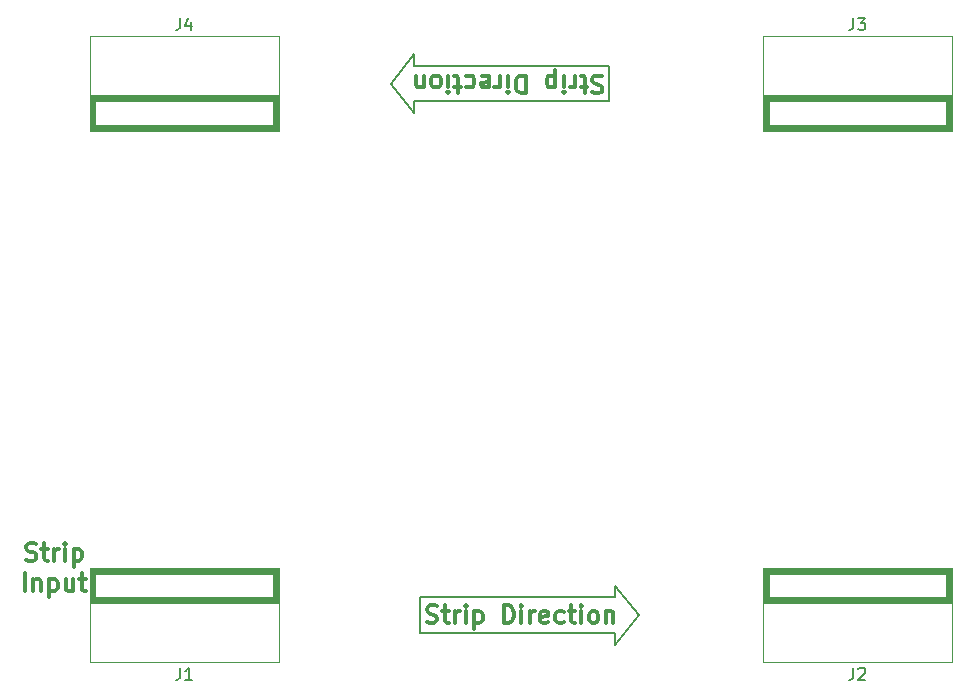
<source format=gbr>
G04 #@! TF.GenerationSoftware,KiCad,Pcbnew,5.1.2-f72e74a~84~ubuntu18.04.1*
G04 #@! TF.CreationDate,2019-06-08T15:54:07-04:00*
G04 #@! TF.ProjectId,8-key-top-plate-1.2,382d6b65-792d-4746-9f70-2d706c617465,rev?*
G04 #@! TF.SameCoordinates,Original*
G04 #@! TF.FileFunction,Legend,Top*
G04 #@! TF.FilePolarity,Positive*
%FSLAX46Y46*%
G04 Gerber Fmt 4.6, Leading zero omitted, Abs format (unit mm)*
G04 Created by KiCad (PCBNEW 5.1.2-f72e74a~84~ubuntu18.04.1) date 2019-06-08 15:54:07*
%MOMM*%
%LPD*%
G04 APERTURE LIST*
%ADD10C,0.300000*%
%ADD11C,0.200000*%
%ADD12C,0.100000*%
%ADD13C,0.120000*%
%ADD14C,0.150000*%
G04 APERTURE END LIST*
D10*
X141642857Y-115332142D02*
X141857142Y-115403571D01*
X142214285Y-115403571D01*
X142357142Y-115332142D01*
X142428571Y-115260714D01*
X142500000Y-115117857D01*
X142500000Y-114975000D01*
X142428571Y-114832142D01*
X142357142Y-114760714D01*
X142214285Y-114689285D01*
X141928571Y-114617857D01*
X141785714Y-114546428D01*
X141714285Y-114475000D01*
X141642857Y-114332142D01*
X141642857Y-114189285D01*
X141714285Y-114046428D01*
X141785714Y-113975000D01*
X141928571Y-113903571D01*
X142285714Y-113903571D01*
X142500000Y-113975000D01*
X142928571Y-114403571D02*
X143500000Y-114403571D01*
X143142857Y-113903571D02*
X143142857Y-115189285D01*
X143214285Y-115332142D01*
X143357142Y-115403571D01*
X143500000Y-115403571D01*
X144000000Y-115403571D02*
X144000000Y-114403571D01*
X144000000Y-114689285D02*
X144071428Y-114546428D01*
X144142857Y-114475000D01*
X144285714Y-114403571D01*
X144428571Y-114403571D01*
X144928571Y-115403571D02*
X144928571Y-114403571D01*
X144928571Y-113903571D02*
X144857142Y-113975000D01*
X144928571Y-114046428D01*
X145000000Y-113975000D01*
X144928571Y-113903571D01*
X144928571Y-114046428D01*
X145642857Y-114403571D02*
X145642857Y-115903571D01*
X145642857Y-114475000D02*
X145785714Y-114403571D01*
X146071428Y-114403571D01*
X146214285Y-114475000D01*
X146285714Y-114546428D01*
X146357142Y-114689285D01*
X146357142Y-115117857D01*
X146285714Y-115260714D01*
X146214285Y-115332142D01*
X146071428Y-115403571D01*
X145785714Y-115403571D01*
X145642857Y-115332142D01*
X141535714Y-117953571D02*
X141535714Y-116453571D01*
X142250000Y-116953571D02*
X142250000Y-117953571D01*
X142250000Y-117096428D02*
X142321428Y-117025000D01*
X142464285Y-116953571D01*
X142678571Y-116953571D01*
X142821428Y-117025000D01*
X142892857Y-117167857D01*
X142892857Y-117953571D01*
X143607142Y-116953571D02*
X143607142Y-118453571D01*
X143607142Y-117025000D02*
X143750000Y-116953571D01*
X144035714Y-116953571D01*
X144178571Y-117025000D01*
X144250000Y-117096428D01*
X144321428Y-117239285D01*
X144321428Y-117667857D01*
X144250000Y-117810714D01*
X144178571Y-117882142D01*
X144035714Y-117953571D01*
X143750000Y-117953571D01*
X143607142Y-117882142D01*
X145607142Y-116953571D02*
X145607142Y-117953571D01*
X144964285Y-116953571D02*
X144964285Y-117739285D01*
X145035714Y-117882142D01*
X145178571Y-117953571D01*
X145392857Y-117953571D01*
X145535714Y-117882142D01*
X145607142Y-117810714D01*
X146107142Y-116953571D02*
X146678571Y-116953571D01*
X146321428Y-116453571D02*
X146321428Y-117739285D01*
X146392857Y-117882142D01*
X146535714Y-117953571D01*
X146678571Y-117953571D01*
D11*
X191000000Y-76500000D02*
X191000000Y-73500000D01*
X191000000Y-73500000D02*
X174500000Y-73500000D01*
X174500000Y-73500000D02*
X174500000Y-72500000D01*
X191000000Y-76500000D02*
X174500000Y-76500000D01*
X174500000Y-76500000D02*
X174500000Y-77500000D01*
X174500000Y-77500000D02*
X172500000Y-75000000D01*
D10*
X190428571Y-74392857D02*
X190214285Y-74321428D01*
X189857142Y-74321428D01*
X189714285Y-74392857D01*
X189642857Y-74464285D01*
X189571428Y-74607142D01*
X189571428Y-74750000D01*
X189642857Y-74892857D01*
X189714285Y-74964285D01*
X189857142Y-75035714D01*
X190142857Y-75107142D01*
X190285714Y-75178571D01*
X190357142Y-75250000D01*
X190428571Y-75392857D01*
X190428571Y-75535714D01*
X190357142Y-75678571D01*
X190285714Y-75750000D01*
X190142857Y-75821428D01*
X189785714Y-75821428D01*
X189571428Y-75750000D01*
X189142857Y-75321428D02*
X188571428Y-75321428D01*
X188928571Y-75821428D02*
X188928571Y-74535714D01*
X188857142Y-74392857D01*
X188714285Y-74321428D01*
X188571428Y-74321428D01*
X188071428Y-74321428D02*
X188071428Y-75321428D01*
X188071428Y-75035714D02*
X188000000Y-75178571D01*
X187928571Y-75250000D01*
X187785714Y-75321428D01*
X187642857Y-75321428D01*
X187142857Y-74321428D02*
X187142857Y-75321428D01*
X187142857Y-75821428D02*
X187214285Y-75750000D01*
X187142857Y-75678571D01*
X187071428Y-75750000D01*
X187142857Y-75821428D01*
X187142857Y-75678571D01*
X186428571Y-75321428D02*
X186428571Y-73821428D01*
X186428571Y-75250000D02*
X186285714Y-75321428D01*
X186000000Y-75321428D01*
X185857142Y-75250000D01*
X185785714Y-75178571D01*
X185714285Y-75035714D01*
X185714285Y-74607142D01*
X185785714Y-74464285D01*
X185857142Y-74392857D01*
X186000000Y-74321428D01*
X186285714Y-74321428D01*
X186428571Y-74392857D01*
X183928571Y-74321428D02*
X183928571Y-75821428D01*
X183571428Y-75821428D01*
X183357142Y-75750000D01*
X183214285Y-75607142D01*
X183142857Y-75464285D01*
X183071428Y-75178571D01*
X183071428Y-74964285D01*
X183142857Y-74678571D01*
X183214285Y-74535714D01*
X183357142Y-74392857D01*
X183571428Y-74321428D01*
X183928571Y-74321428D01*
X182428571Y-74321428D02*
X182428571Y-75321428D01*
X182428571Y-75821428D02*
X182500000Y-75750000D01*
X182428571Y-75678571D01*
X182357142Y-75750000D01*
X182428571Y-75821428D01*
X182428571Y-75678571D01*
X181714285Y-74321428D02*
X181714285Y-75321428D01*
X181714285Y-75035714D02*
X181642857Y-75178571D01*
X181571428Y-75250000D01*
X181428571Y-75321428D01*
X181285714Y-75321428D01*
X180214285Y-74392857D02*
X180357142Y-74321428D01*
X180642857Y-74321428D01*
X180785714Y-74392857D01*
X180857142Y-74535714D01*
X180857142Y-75107142D01*
X180785714Y-75250000D01*
X180642857Y-75321428D01*
X180357142Y-75321428D01*
X180214285Y-75250000D01*
X180142857Y-75107142D01*
X180142857Y-74964285D01*
X180857142Y-74821428D01*
X178857142Y-74392857D02*
X179000000Y-74321428D01*
X179285714Y-74321428D01*
X179428571Y-74392857D01*
X179500000Y-74464285D01*
X179571428Y-74607142D01*
X179571428Y-75035714D01*
X179500000Y-75178571D01*
X179428571Y-75250000D01*
X179285714Y-75321428D01*
X179000000Y-75321428D01*
X178857142Y-75250000D01*
X178428571Y-75321428D02*
X177857142Y-75321428D01*
X178214285Y-75821428D02*
X178214285Y-74535714D01*
X178142857Y-74392857D01*
X178000000Y-74321428D01*
X177857142Y-74321428D01*
X177357142Y-74321428D02*
X177357142Y-75321428D01*
X177357142Y-75821428D02*
X177428571Y-75750000D01*
X177357142Y-75678571D01*
X177285714Y-75750000D01*
X177357142Y-75821428D01*
X177357142Y-75678571D01*
X176428571Y-74321428D02*
X176571428Y-74392857D01*
X176642857Y-74464285D01*
X176714285Y-74607142D01*
X176714285Y-75035714D01*
X176642857Y-75178571D01*
X176571428Y-75250000D01*
X176428571Y-75321428D01*
X176214285Y-75321428D01*
X176071428Y-75250000D01*
X176000000Y-75178571D01*
X175928571Y-75035714D01*
X175928571Y-74607142D01*
X176000000Y-74464285D01*
X176071428Y-74392857D01*
X176214285Y-74321428D01*
X176428571Y-74321428D01*
X175285714Y-75321428D02*
X175285714Y-74321428D01*
X175285714Y-75178571D02*
X175214285Y-75250000D01*
X175071428Y-75321428D01*
X174857142Y-75321428D01*
X174714285Y-75250000D01*
X174642857Y-75107142D01*
X174642857Y-74321428D01*
D11*
X172500000Y-75000000D02*
X174500000Y-72500000D01*
X193500000Y-120000000D02*
X191500000Y-122500000D01*
X191500000Y-117500000D02*
X193500000Y-120000000D01*
X191500000Y-118500000D02*
X191500000Y-117500000D01*
X175000000Y-118500000D02*
X191500000Y-118500000D01*
X191500000Y-121500000D02*
X191500000Y-122500000D01*
X175000000Y-121500000D02*
X191500000Y-121500000D01*
X175000000Y-118500000D02*
X175000000Y-121500000D01*
D10*
X175571428Y-120607142D02*
X175785714Y-120678571D01*
X176142857Y-120678571D01*
X176285714Y-120607142D01*
X176357142Y-120535714D01*
X176428571Y-120392857D01*
X176428571Y-120250000D01*
X176357142Y-120107142D01*
X176285714Y-120035714D01*
X176142857Y-119964285D01*
X175857142Y-119892857D01*
X175714285Y-119821428D01*
X175642857Y-119750000D01*
X175571428Y-119607142D01*
X175571428Y-119464285D01*
X175642857Y-119321428D01*
X175714285Y-119250000D01*
X175857142Y-119178571D01*
X176214285Y-119178571D01*
X176428571Y-119250000D01*
X176857142Y-119678571D02*
X177428571Y-119678571D01*
X177071428Y-119178571D02*
X177071428Y-120464285D01*
X177142857Y-120607142D01*
X177285714Y-120678571D01*
X177428571Y-120678571D01*
X177928571Y-120678571D02*
X177928571Y-119678571D01*
X177928571Y-119964285D02*
X178000000Y-119821428D01*
X178071428Y-119750000D01*
X178214285Y-119678571D01*
X178357142Y-119678571D01*
X178857142Y-120678571D02*
X178857142Y-119678571D01*
X178857142Y-119178571D02*
X178785714Y-119250000D01*
X178857142Y-119321428D01*
X178928571Y-119250000D01*
X178857142Y-119178571D01*
X178857142Y-119321428D01*
X179571428Y-119678571D02*
X179571428Y-121178571D01*
X179571428Y-119750000D02*
X179714285Y-119678571D01*
X180000000Y-119678571D01*
X180142857Y-119750000D01*
X180214285Y-119821428D01*
X180285714Y-119964285D01*
X180285714Y-120392857D01*
X180214285Y-120535714D01*
X180142857Y-120607142D01*
X180000000Y-120678571D01*
X179714285Y-120678571D01*
X179571428Y-120607142D01*
X182071428Y-120678571D02*
X182071428Y-119178571D01*
X182428571Y-119178571D01*
X182642857Y-119250000D01*
X182785714Y-119392857D01*
X182857142Y-119535714D01*
X182928571Y-119821428D01*
X182928571Y-120035714D01*
X182857142Y-120321428D01*
X182785714Y-120464285D01*
X182642857Y-120607142D01*
X182428571Y-120678571D01*
X182071428Y-120678571D01*
X183571428Y-120678571D02*
X183571428Y-119678571D01*
X183571428Y-119178571D02*
X183500000Y-119250000D01*
X183571428Y-119321428D01*
X183642857Y-119250000D01*
X183571428Y-119178571D01*
X183571428Y-119321428D01*
X184285714Y-120678571D02*
X184285714Y-119678571D01*
X184285714Y-119964285D02*
X184357142Y-119821428D01*
X184428571Y-119750000D01*
X184571428Y-119678571D01*
X184714285Y-119678571D01*
X185785714Y-120607142D02*
X185642857Y-120678571D01*
X185357142Y-120678571D01*
X185214285Y-120607142D01*
X185142857Y-120464285D01*
X185142857Y-119892857D01*
X185214285Y-119750000D01*
X185357142Y-119678571D01*
X185642857Y-119678571D01*
X185785714Y-119750000D01*
X185857142Y-119892857D01*
X185857142Y-120035714D01*
X185142857Y-120178571D01*
X187142857Y-120607142D02*
X187000000Y-120678571D01*
X186714285Y-120678571D01*
X186571428Y-120607142D01*
X186500000Y-120535714D01*
X186428571Y-120392857D01*
X186428571Y-119964285D01*
X186500000Y-119821428D01*
X186571428Y-119750000D01*
X186714285Y-119678571D01*
X187000000Y-119678571D01*
X187142857Y-119750000D01*
X187571428Y-119678571D02*
X188142857Y-119678571D01*
X187785714Y-119178571D02*
X187785714Y-120464285D01*
X187857142Y-120607142D01*
X188000000Y-120678571D01*
X188142857Y-120678571D01*
X188642857Y-120678571D02*
X188642857Y-119678571D01*
X188642857Y-119178571D02*
X188571428Y-119250000D01*
X188642857Y-119321428D01*
X188714285Y-119250000D01*
X188642857Y-119178571D01*
X188642857Y-119321428D01*
X189571428Y-120678571D02*
X189428571Y-120607142D01*
X189357142Y-120535714D01*
X189285714Y-120392857D01*
X189285714Y-119964285D01*
X189357142Y-119821428D01*
X189428571Y-119750000D01*
X189571428Y-119678571D01*
X189785714Y-119678571D01*
X189928571Y-119750000D01*
X190000000Y-119821428D01*
X190071428Y-119964285D01*
X190071428Y-120392857D01*
X190000000Y-120535714D01*
X189928571Y-120607142D01*
X189785714Y-120678571D01*
X189571428Y-120678571D01*
X190714285Y-119678571D02*
X190714285Y-120678571D01*
X190714285Y-119821428D02*
X190785714Y-119750000D01*
X190928571Y-119678571D01*
X191142857Y-119678571D01*
X191285714Y-119750000D01*
X191357142Y-119892857D01*
X191357142Y-120678571D01*
D12*
G36*
X147500000Y-116500000D02*
G01*
X147500000Y-118500000D01*
X162500000Y-118500000D01*
X162500000Y-116500000D01*
X162500000Y-116000000D01*
X163000000Y-116000000D01*
X163000000Y-119000000D01*
X147000000Y-119000000D01*
X147000000Y-116000000D01*
X162500000Y-116000000D01*
X162500000Y-116500000D01*
X147500000Y-116500000D01*
G37*
X147500000Y-116500000D02*
X147500000Y-118500000D01*
X162500000Y-118500000D01*
X162500000Y-116500000D01*
X162500000Y-116000000D01*
X163000000Y-116000000D01*
X163000000Y-119000000D01*
X147000000Y-119000000D01*
X147000000Y-116000000D01*
X162500000Y-116000000D01*
X162500000Y-116500000D01*
X147500000Y-116500000D01*
D13*
X147000000Y-119000000D02*
X147000000Y-124000000D01*
X147000000Y-124000000D02*
X163000000Y-124000000D01*
X163000000Y-124000000D02*
X163000000Y-119000000D01*
D12*
G36*
X162500000Y-78500000D02*
G01*
X162500000Y-76500000D01*
X147500000Y-76500000D01*
X147500000Y-78500000D01*
X147500000Y-79000000D01*
X147000000Y-79000000D01*
X147000000Y-76000000D01*
X163000000Y-76000000D01*
X163000000Y-79000000D01*
X147500000Y-79000000D01*
X147500000Y-78500000D01*
X162500000Y-78500000D01*
G37*
X162500000Y-78500000D02*
X162500000Y-76500000D01*
X147500000Y-76500000D01*
X147500000Y-78500000D01*
X147500000Y-79000000D01*
X147000000Y-79000000D01*
X147000000Y-76000000D01*
X163000000Y-76000000D01*
X163000000Y-79000000D01*
X147500000Y-79000000D01*
X147500000Y-78500000D01*
X162500000Y-78500000D01*
D13*
X163000000Y-76000000D02*
X163000000Y-71000000D01*
X163000000Y-71000000D02*
X147000000Y-71000000D01*
X147000000Y-71000000D02*
X147000000Y-76000000D01*
X204000000Y-71000000D02*
X204000000Y-76000000D01*
X220000000Y-71000000D02*
X204000000Y-71000000D01*
X220000000Y-76000000D02*
X220000000Y-71000000D01*
D12*
G36*
X219500000Y-78500000D02*
G01*
X219500000Y-76500000D01*
X204500000Y-76500000D01*
X204500000Y-78500000D01*
X204500000Y-79000000D01*
X204000000Y-79000000D01*
X204000000Y-76000000D01*
X220000000Y-76000000D01*
X220000000Y-79000000D01*
X204500000Y-79000000D01*
X204500000Y-78500000D01*
X219500000Y-78500000D01*
G37*
X219500000Y-78500000D02*
X219500000Y-76500000D01*
X204500000Y-76500000D01*
X204500000Y-78500000D01*
X204500000Y-79000000D01*
X204000000Y-79000000D01*
X204000000Y-76000000D01*
X220000000Y-76000000D01*
X220000000Y-79000000D01*
X204500000Y-79000000D01*
X204500000Y-78500000D01*
X219500000Y-78500000D01*
D13*
X220000000Y-124000000D02*
X220000000Y-119000000D01*
X204000000Y-124000000D02*
X220000000Y-124000000D01*
X204000000Y-119000000D02*
X204000000Y-124000000D01*
D12*
G36*
X204500000Y-116500000D02*
G01*
X204500000Y-118500000D01*
X219500000Y-118500000D01*
X219500000Y-116500000D01*
X219500000Y-116000000D01*
X220000000Y-116000000D01*
X220000000Y-119000000D01*
X204000000Y-119000000D01*
X204000000Y-116000000D01*
X219500000Y-116000000D01*
X219500000Y-116500000D01*
X204500000Y-116500000D01*
G37*
X204500000Y-116500000D02*
X204500000Y-118500000D01*
X219500000Y-118500000D01*
X219500000Y-116500000D01*
X219500000Y-116000000D01*
X220000000Y-116000000D01*
X220000000Y-119000000D01*
X204000000Y-119000000D01*
X204000000Y-116000000D01*
X219500000Y-116000000D01*
X219500000Y-116500000D01*
X204500000Y-116500000D01*
D14*
X154666666Y-124452380D02*
X154666666Y-125166666D01*
X154619047Y-125309523D01*
X154523809Y-125404761D01*
X154380952Y-125452380D01*
X154285714Y-125452380D01*
X155666666Y-125452380D02*
X155095238Y-125452380D01*
X155380952Y-125452380D02*
X155380952Y-124452380D01*
X155285714Y-124595238D01*
X155190476Y-124690476D01*
X155095238Y-124738095D01*
X154666666Y-69452380D02*
X154666666Y-70166666D01*
X154619047Y-70309523D01*
X154523809Y-70404761D01*
X154380952Y-70452380D01*
X154285714Y-70452380D01*
X155571428Y-69785714D02*
X155571428Y-70452380D01*
X155333333Y-69404761D02*
X155095238Y-70119047D01*
X155714285Y-70119047D01*
X211666666Y-69452380D02*
X211666666Y-70166666D01*
X211619047Y-70309523D01*
X211523809Y-70404761D01*
X211380952Y-70452380D01*
X211285714Y-70452380D01*
X212047619Y-69452380D02*
X212666666Y-69452380D01*
X212333333Y-69833333D01*
X212476190Y-69833333D01*
X212571428Y-69880952D01*
X212619047Y-69928571D01*
X212666666Y-70023809D01*
X212666666Y-70261904D01*
X212619047Y-70357142D01*
X212571428Y-70404761D01*
X212476190Y-70452380D01*
X212190476Y-70452380D01*
X212095238Y-70404761D01*
X212047619Y-70357142D01*
X211666666Y-124452380D02*
X211666666Y-125166666D01*
X211619047Y-125309523D01*
X211523809Y-125404761D01*
X211380952Y-125452380D01*
X211285714Y-125452380D01*
X212095238Y-124547619D02*
X212142857Y-124500000D01*
X212238095Y-124452380D01*
X212476190Y-124452380D01*
X212571428Y-124500000D01*
X212619047Y-124547619D01*
X212666666Y-124642857D01*
X212666666Y-124738095D01*
X212619047Y-124880952D01*
X212047619Y-125452380D01*
X212666666Y-125452380D01*
M02*

</source>
